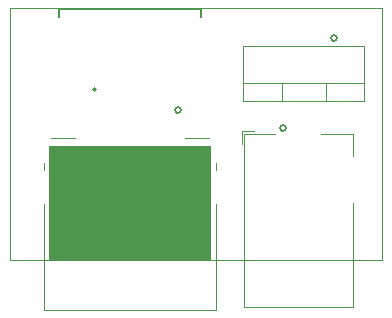
<source format=gto>
G04 #@! TF.GenerationSoftware,KiCad,Pcbnew,(6.0.8)*
G04 #@! TF.CreationDate,2022-12-10T17:07:18-08:00*
G04 #@! TF.ProjectId,usb_power2,7573625f-706f-4776-9572-322e6b696361,rev?*
G04 #@! TF.SameCoordinates,Original*
G04 #@! TF.FileFunction,Legend,Top*
G04 #@! TF.FilePolarity,Positive*
%FSLAX46Y46*%
G04 Gerber Fmt 4.6, Leading zero omitted, Abs format (unit mm)*
G04 Created by KiCad (PCBNEW (6.0.8)) date 2022-12-10 17:07:18*
%MOMM*%
%LPD*%
G01*
G04 APERTURE LIST*
%ADD10C,0.150000*%
G04 #@! TA.AperFunction,Profile*
%ADD11C,0.100000*%
G04 #@! TD*
%ADD12C,0.120000*%
%ADD13C,0.127000*%
%ADD14C,0.200000*%
G04 APERTURE END LIST*
D10*
X88646000Y-76962000D02*
G75*
G03*
X88646000Y-76962000I-254000J0D01*
G01*
X101854000Y-70866000D02*
G75*
G03*
X101854000Y-70866000I-254000J0D01*
G01*
X97536000Y-78486000D02*
G75*
G03*
X97536000Y-78486000I-254000J0D01*
G01*
D11*
X77470000Y-80000000D02*
X91070000Y-80000000D01*
X91070000Y-80000000D02*
X91070000Y-89663000D01*
X91070000Y-89663000D02*
X77470000Y-89663000D01*
X77470000Y-89663000D02*
X77470000Y-80000000D01*
G36*
X77470000Y-80000000D02*
G01*
X91070000Y-80000000D01*
X91070000Y-89663000D01*
X77470000Y-89663000D01*
X77470000Y-80000000D01*
G37*
X105664000Y-89662000D02*
X74168000Y-89662000D01*
X74168000Y-89662000D02*
X74168000Y-68326000D01*
X74168000Y-68326000D02*
X105664000Y-68326000D01*
X105664000Y-68326000D02*
X105664000Y-89662000D01*
D12*
G04 #@! TO.C,J3*
X77050900Y-81403088D02*
X77050900Y-82056560D01*
X77050900Y-93865701D02*
X91605100Y-93865701D01*
X91605100Y-82056560D02*
X91605100Y-81403088D01*
X79647744Y-79362300D02*
X77660741Y-79362300D01*
X91605100Y-93865701D02*
X91605100Y-84922040D01*
X77050900Y-84922040D02*
X77050900Y-93865701D01*
X90995259Y-79362300D02*
X89008256Y-79362300D01*
G04 #@! TO.C,U1*
X93940000Y-76168000D02*
X93940000Y-71527000D01*
X104180000Y-76168000D02*
X93940000Y-76168000D01*
X100910000Y-76168000D02*
X100910000Y-74658000D01*
X104180000Y-74658000D02*
X93940000Y-74658000D01*
X104180000Y-76168000D02*
X104180000Y-71527000D01*
X97209000Y-76168000D02*
X97209000Y-74658000D01*
X104180000Y-71527000D02*
X93940000Y-71527000D01*
D13*
G04 #@! TO.C,J1*
X78328000Y-68420000D02*
X78328000Y-69120000D01*
X90328000Y-69120000D02*
X90328000Y-68420000D01*
X90328000Y-68420000D02*
X78328000Y-68420000D01*
D14*
X81428000Y-75220000D02*
G75*
G03*
X81428000Y-75220000I-100000J0D01*
G01*
D12*
G04 #@! TO.C,J2*
X94010500Y-93652000D02*
X94010500Y-78952000D01*
X94860500Y-78752000D02*
X93810500Y-78752000D01*
X103210500Y-84852000D02*
X103210500Y-93652000D01*
X93810500Y-79802000D02*
X93810500Y-78752000D01*
X103210500Y-78952000D02*
X103210500Y-80852000D01*
X94010500Y-78952000D02*
X96610500Y-78952000D01*
X103210500Y-93652000D02*
X94010500Y-93652000D01*
X100510500Y-78952000D02*
X103210500Y-78952000D01*
G04 #@! TD*
M02*

</source>
